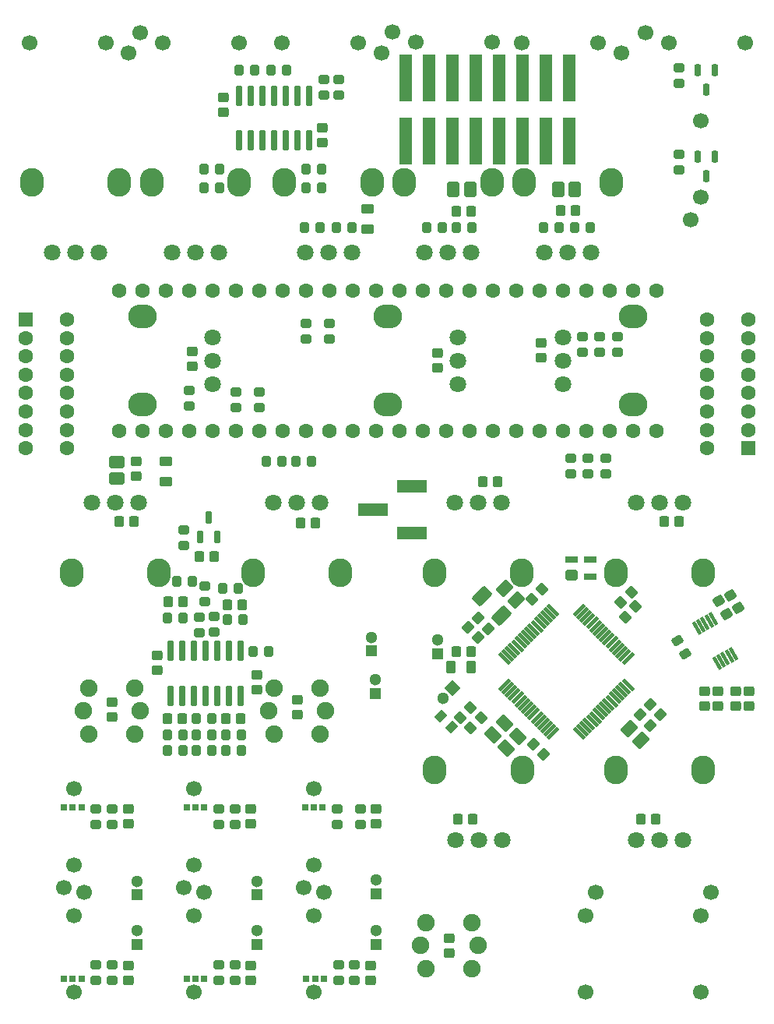
<source format=gbr>
G04 DipTrace 4.0.0.5*
G04 BottomMask.gbr*
%MOIN*%
G04 #@! TF.FileFunction,Soldermask,Bot*
G04 #@! TF.Part,Single*
%AMOUTLINE1*
4,1,28,
0.009775,-0.023031,
-0.009775,-0.023031,
-0.012605,-0.022659,
-0.015363,-0.021517,
-0.017731,-0.019699,
-0.019548,-0.017331,
-0.02069,-0.014574,
-0.021063,-0.011743,
-0.021063,0.011743,
-0.02069,0.014574,
-0.019548,0.017331,
-0.017731,0.019699,
-0.015363,0.021517,
-0.012605,0.022659,
-0.009775,0.023031,
0.009775,0.023031,
0.012605,0.022659,
0.015363,0.021517,
0.017731,0.019699,
0.019548,0.017331,
0.02069,0.014574,
0.021063,0.011743,
0.021063,-0.011743,
0.02069,-0.014574,
0.019548,-0.017331,
0.017731,-0.019699,
0.015363,-0.021517,
0.012605,-0.022659,
0.009775,-0.023031,
0*%
%AMOUTLINE4*
4,1,28,
-0.009775,0.023031,
0.009775,0.023031,
0.012605,0.022659,
0.015363,0.021517,
0.017731,0.019699,
0.019548,0.017331,
0.02069,0.014574,
0.021063,0.011743,
0.021063,-0.011743,
0.02069,-0.014574,
0.019548,-0.017331,
0.017731,-0.019699,
0.015363,-0.021517,
0.012605,-0.022659,
0.009775,-0.023031,
-0.009775,-0.023031,
-0.012605,-0.022659,
-0.015363,-0.021517,
-0.017731,-0.019699,
-0.019548,-0.017331,
-0.02069,-0.014574,
-0.021063,-0.011743,
-0.021063,0.011743,
-0.02069,0.014574,
-0.019548,0.017331,
-0.017731,0.019699,
-0.015363,0.021517,
-0.012605,0.022659,
-0.009775,0.023031,
0*%
%AMOUTLINE7*
4,1,28,
0.032874,0.014106,
0.032874,-0.014105,
0.032488,-0.017037,
0.031307,-0.01989,
0.029427,-0.022339,
0.026978,-0.024219,
0.024125,-0.025401,
0.021193,-0.025787,
-0.021191,-0.025788,
-0.024124,-0.025402,
-0.026976,-0.02422,
-0.029426,-0.022341,
-0.031306,-0.019891,
-0.032488,-0.017039,
-0.032874,-0.014106,
-0.032874,0.014105,
-0.032488,0.017037,
-0.031307,0.01989,
-0.029427,0.022339,
-0.026978,0.024219,
-0.024125,0.025401,
-0.021193,0.025787,
0.021191,0.025788,
0.024124,0.025402,
0.026976,0.02422,
0.029426,0.022341,
0.031306,0.019891,
0.032488,0.017039,
0.032874,0.014106,
0*%
%AMOUTLINE10*
4,1,28,
-0.032874,-0.014106,
-0.032874,0.014105,
-0.032488,0.017037,
-0.031307,0.01989,
-0.029427,0.022339,
-0.026978,0.024219,
-0.024125,0.025401,
-0.021193,0.025787,
0.021191,0.025788,
0.024124,0.025402,
0.026976,0.02422,
0.029426,0.022341,
0.031306,0.019891,
0.032488,0.017039,
0.032874,0.014106,
0.032874,-0.014105,
0.032488,-0.017037,
0.031307,-0.01989,
0.029427,-0.022339,
0.026978,-0.024219,
0.024125,-0.025401,
0.021193,-0.025787,
-0.021191,-0.025788,
-0.024124,-0.025402,
-0.026976,-0.02422,
-0.029426,-0.022341,
-0.031306,-0.019891,
-0.032488,-0.017039,
-0.032874,-0.014106,
0*%
%AMOUTLINE13*
4,1,28,
-0.023031,-0.009775,
-0.023032,0.009774,
-0.022659,0.012605,
-0.021517,0.015362,
-0.0197,0.017731,
-0.017332,0.019548,
-0.014574,0.02069,
-0.011744,0.021063,
0.011743,0.021063,
0.014573,0.020691,
0.017331,0.019548,
0.019699,0.017731,
0.021516,0.015363,
0.022659,0.012605,
0.023031,0.009775,
0.023032,-0.009774,
0.022659,-0.012605,
0.021517,-0.015362,
0.0197,-0.017731,
0.017332,-0.019548,
0.014574,-0.02069,
0.011744,-0.021063,
-0.011743,-0.021063,
-0.014573,-0.020691,
-0.017331,-0.019548,
-0.019699,-0.017731,
-0.021516,-0.015363,
-0.022659,-0.012605,
-0.023031,-0.009775,
0*%
%AMOUTLINE16*
4,1,28,
0.023031,0.009775,
0.023032,-0.009774,
0.022659,-0.012605,
0.021517,-0.015362,
0.0197,-0.017731,
0.017332,-0.019548,
0.014574,-0.02069,
0.011744,-0.021063,
-0.011743,-0.021063,
-0.014573,-0.020691,
-0.017331,-0.019548,
-0.019699,-0.017731,
-0.021516,-0.015363,
-0.022659,-0.012605,
-0.023031,-0.009775,
-0.023032,0.009774,
-0.022659,0.012605,
-0.021517,0.015362,
-0.0197,0.017731,
-0.017332,0.019548,
-0.014574,0.02069,
-0.011744,0.021063,
0.011743,0.021063,
0.014573,0.020691,
0.017331,0.019548,
0.019699,0.017731,
0.021516,0.015363,
0.022659,0.012605,
0.023031,0.009775,
0*%
%AMOUTLINE19*
4,1,4,
0.036191,0.0,
0.0,-0.036191,
-0.036191,0.0,
0.0,0.036191,
0.036191,0.0,
0*%
%AMOUTLINE22*
4,1,28,
-0.015059,-0.019981,
-0.024833,-0.003051,
-0.025926,-0.000413,
-0.026315,0.002546,
-0.025926,0.005506,
-0.024783,0.008263,
-0.022966,0.010632,
-0.020701,0.012369,
-0.000362,0.024113,
0.002276,0.025205,
0.005235,0.025595,
0.008195,0.025205,
0.010952,0.024063,
0.013321,0.022246,
0.015059,0.019981,
0.024833,0.003051,
0.025926,0.000413,
0.026315,-0.002546,
0.025926,-0.005506,
0.024783,-0.008263,
0.022966,-0.010632,
0.020701,-0.012369,
0.000362,-0.024113,
-0.002276,-0.025205,
-0.005235,-0.025595,
-0.008195,-0.025205,
-0.010952,-0.024063,
-0.013321,-0.022246,
-0.015059,-0.019981,
0*%
%AMOUTLINE25*
4,1,28,
0.015059,0.019981,
0.024833,0.003051,
0.025926,0.000413,
0.026315,-0.002546,
0.025926,-0.005506,
0.024783,-0.008263,
0.022966,-0.010632,
0.020701,-0.012369,
0.000362,-0.024113,
-0.002276,-0.025205,
-0.005235,-0.025595,
-0.008195,-0.025205,
-0.010952,-0.024063,
-0.013321,-0.022246,
-0.015059,-0.019981,
-0.024833,-0.003051,
-0.025926,-0.000413,
-0.026315,0.002546,
-0.025926,0.005506,
-0.024783,0.008263,
-0.022966,0.010632,
-0.020701,0.012369,
-0.000362,0.024113,
0.002276,0.025205,
0.005235,0.025595,
0.008195,0.025205,
0.010952,0.024063,
0.013321,0.022246,
0.015059,0.019981,
0*%
%AMOUTLINE28*
4,1,28,
-0.013271,-0.033219,
-0.033219,-0.013271,
-0.03502,-0.010925,
-0.036202,-0.008072,
-0.036605,-0.005011,
-0.036202,-0.00195,
-0.03502,0.000903,
-0.033219,0.003249,
-0.003249,0.033219,
-0.000903,0.03502,
0.00195,0.036202,
0.005011,0.036605,
0.008072,0.036202,
0.010925,0.03502,
0.013271,0.033219,
0.033219,0.013271,
0.03502,0.010925,
0.036202,0.008072,
0.036605,0.005011,
0.036202,0.00195,
0.03502,-0.000903,
0.033219,-0.003249,
0.003249,-0.033219,
0.000903,-0.03502,
-0.00195,-0.036202,
-0.005011,-0.036605,
-0.008072,-0.036202,
-0.010925,-0.03502,
-0.013271,-0.033219,
0*%
%AMOUTLINE31*
4,1,28,
0.013271,0.033219,
0.033219,0.013271,
0.03502,0.010925,
0.036202,0.008072,
0.036605,0.005011,
0.036202,0.00195,
0.03502,-0.000903,
0.033219,-0.003249,
0.003249,-0.033219,
0.000903,-0.03502,
-0.00195,-0.036202,
-0.005011,-0.036605,
-0.008072,-0.036202,
-0.010925,-0.03502,
-0.013271,-0.033219,
-0.033219,-0.013271,
-0.03502,-0.010925,
-0.036202,-0.008072,
-0.036605,-0.005011,
-0.036202,-0.00195,
-0.03502,0.000903,
-0.033219,0.003249,
-0.003249,0.033219,
-0.000903,0.03502,
0.00195,0.036202,
0.005011,0.036605,
0.008072,0.036202,
0.010925,0.03502,
0.013271,0.033219,
0*%
%AMOUTLINE34*
4,1,28,
0.023197,-0.009374,
0.009374,-0.023197,
0.007109,-0.024935,
0.004351,-0.026078,
0.001392,-0.026467,
-0.001567,-0.026078,
-0.004325,-0.024935,
-0.00659,-0.023197,
-0.023197,-0.00659,
-0.024935,-0.004325,
-0.026078,-0.001567,
-0.026467,0.001392,
-0.026078,0.004351,
-0.024935,0.007109,
-0.023197,0.009374,
-0.009374,0.023197,
-0.007109,0.024935,
-0.004351,0.026078,
-0.001392,0.026467,
0.001567,0.026078,
0.004325,0.024935,
0.00659,0.023197,
0.023197,0.00659,
0.024935,0.004325,
0.026078,0.001567,
0.026467,-0.001392,
0.026078,-0.004351,
0.024935,-0.007109,
0.023197,-0.009374,
0*%
%AMOUTLINE37*
4,1,28,
-0.023197,0.009374,
-0.009374,0.023197,
-0.007109,0.024935,
-0.004351,0.026078,
-0.001392,0.026467,
0.001567,0.026078,
0.004325,0.024935,
0.00659,0.023197,
0.023197,0.00659,
0.024935,0.004325,
0.026078,0.001567,
0.026467,-0.001392,
0.026078,-0.004351,
0.024935,-0.007109,
0.023197,-0.009374,
0.009374,-0.023197,
0.007109,-0.024935,
0.004351,-0.026078,
0.001392,-0.026467,
-0.001567,-0.026078,
-0.004325,-0.024935,
-0.00659,-0.023197,
-0.023197,-0.00659,
-0.024935,-0.004325,
-0.026078,-0.001567,
-0.026467,0.001392,
-0.026078,0.004351,
-0.024935,0.007109,
-0.023197,0.009374,
0*%
%AMOUTLINE40*
4,1,28,
-0.009374,-0.023198,
-0.023197,-0.009374,
-0.024935,-0.00711,
-0.026078,-0.004352,
-0.026467,-0.001392,
-0.026078,0.001567,
-0.024935,0.004325,
-0.023198,0.00659,
-0.006591,0.023197,
-0.004326,0.024935,
-0.001568,0.026078,
0.001391,0.026467,
0.004351,0.026078,
0.007109,0.024936,
0.009374,0.023198,
0.023197,0.009374,
0.024935,0.00711,
0.026078,0.004352,
0.026467,0.001392,
0.026078,-0.001567,
0.024935,-0.004325,
0.023198,-0.00659,
0.006591,-0.023197,
0.004326,-0.024935,
0.001568,-0.026078,
-0.001391,-0.026467,
-0.004351,-0.026078,
-0.007109,-0.024936,
-0.009374,-0.023198,
0*%
%AMOUTLINE43*
4,1,28,
0.009374,0.023198,
0.023197,0.009374,
0.024935,0.00711,
0.026078,0.004352,
0.026467,0.001392,
0.026078,-0.001567,
0.024935,-0.004325,
0.023198,-0.00659,
0.006591,-0.023197,
0.004326,-0.024935,
0.001568,-0.026078,
-0.001391,-0.026467,
-0.004351,-0.026078,
-0.007109,-0.024936,
-0.009374,-0.023198,
-0.023197,-0.009374,
-0.024935,-0.00711,
-0.026078,-0.004352,
-0.026467,-0.001392,
-0.026078,0.001567,
-0.024935,0.004325,
-0.023198,0.00659,
-0.006591,0.023197,
-0.004326,0.024935,
-0.001568,0.026078,
0.001391,0.026467,
0.004351,0.026078,
0.007109,0.024936,
0.009374,0.023198,
0*%
%AMOUTLINE46*
4,1,28,
-0.033219,0.013271,
-0.013271,0.033219,
-0.010925,0.03502,
-0.008072,0.036202,
-0.005011,0.036605,
-0.00195,0.036202,
0.000903,0.03502,
0.003249,0.033219,
0.033219,0.003249,
0.03502,0.000903,
0.036202,-0.00195,
0.036605,-0.005011,
0.036202,-0.008072,
0.03502,-0.010925,
0.033219,-0.013271,
0.013271,-0.033219,
0.010925,-0.03502,
0.008072,-0.036202,
0.005011,-0.036605,
0.00195,-0.036202,
-0.000903,-0.03502,
-0.003249,-0.033219,
-0.033219,-0.003249,
-0.03502,-0.000903,
-0.036202,0.00195,
-0.036605,0.005011,
-0.036202,0.008072,
-0.03502,0.010925,
-0.033219,0.013271,
0*%
%AMOUTLINE49*
4,1,28,
0.033219,-0.013271,
0.013271,-0.033219,
0.010925,-0.03502,
0.008072,-0.036202,
0.005011,-0.036605,
0.00195,-0.036202,
-0.000903,-0.03502,
-0.003249,-0.033219,
-0.033219,-0.003249,
-0.03502,-0.000903,
-0.036202,0.00195,
-0.036605,0.005011,
-0.036202,0.008072,
-0.03502,0.010925,
-0.033219,0.013271,
-0.013271,0.033219,
-0.010925,0.03502,
-0.008072,0.036202,
-0.005011,0.036605,
-0.00195,0.036202,
0.000903,0.03502,
0.003249,0.033219,
0.033219,0.003249,
0.03502,0.000903,
0.036202,-0.00195,
0.036605,-0.005011,
0.036202,-0.008072,
0.03502,-0.010925,
0.033219,-0.013271,
0*%
%AMOUTLINE52*
4,1,28,
0.017446,0.038788,
0.038786,0.017449,
0.040587,0.015103,
0.041769,0.01225,
0.042172,0.009189,
0.041769,0.006127,
0.040588,0.003275,
0.038787,0.000928,
-0.000925,-0.038787,
-0.003271,-0.040588,
-0.006124,-0.04177,
-0.009185,-0.042173,
-0.012246,-0.04177,
-0.015099,-0.040588,
-0.017446,-0.038788,
-0.038786,-0.017449,
-0.040587,-0.015103,
-0.041769,-0.01225,
-0.042172,-0.009189,
-0.041769,-0.006127,
-0.040588,-0.003275,
-0.038787,-0.000928,
0.000925,0.038787,
0.003271,0.040588,
0.006124,0.04177,
0.009185,0.042173,
0.012246,0.04177,
0.015099,0.040588,
0.017446,0.038788,
0*%
%AMOUTLINE55*
4,1,28,
-0.017446,-0.038788,
-0.038786,-0.017449,
-0.040587,-0.015103,
-0.041769,-0.01225,
-0.042172,-0.009189,
-0.041769,-0.006127,
-0.040588,-0.003275,
-0.038787,-0.000928,
0.000925,0.038787,
0.003271,0.040588,
0.006124,0.04177,
0.009185,0.042173,
0.012246,0.04177,
0.015099,0.040588,
0.017446,0.038788,
0.038786,0.017449,
0.040587,0.015103,
0.041769,0.01225,
0.042172,0.009189,
0.041769,0.006127,
0.040588,0.003275,
0.038787,0.000928,
-0.000925,-0.038787,
-0.003271,-0.040588,
-0.006124,-0.04177,
-0.009185,-0.042173,
-0.012246,-0.04177,
-0.015099,-0.040588,
-0.017446,-0.038788,
0*%
%AMOUTLINE58*
4,1,28,
0.014105,-0.032874,
-0.014105,-0.032874,
-0.017038,-0.032488,
-0.01989,-0.031306,
-0.02234,-0.029427,
-0.02422,-0.026977,
-0.025401,-0.024124,
-0.025787,-0.021192,
-0.025787,0.021192,
-0.025401,0.024124,
-0.02422,0.026977,
-0.02234,0.029427,
-0.01989,0.031306,
-0.017038,0.032488,
-0.014105,0.032874,
0.014105,0.032874,
0.017038,0.032488,
0.01989,0.031306,
0.02234,0.029427,
0.02422,0.026977,
0.025401,0.024124,
0.025787,0.021192,
0.025787,-0.021192,
0.025401,-0.024124,
0.02422,-0.026977,
0.02234,-0.029427,
0.01989,-0.031306,
0.017038,-0.032488,
0.014105,-0.032874,
0*%
%AMOUTLINE61*
4,1,28,
-0.014105,0.032874,
0.014105,0.032874,
0.017038,0.032488,
0.01989,0.031306,
0.02234,0.029427,
0.02422,0.026977,
0.025401,0.024124,
0.025787,0.021192,
0.025787,-0.021192,
0.025401,-0.024124,
0.02422,-0.026977,
0.02234,-0.029427,
0.01989,-0.031306,
0.017038,-0.032488,
0.014105,-0.032874,
-0.014105,-0.032874,
-0.017038,-0.032488,
-0.01989,-0.031306,
-0.02234,-0.029427,
-0.02422,-0.026977,
-0.025401,-0.024124,
-0.025787,-0.021192,
-0.025787,0.021192,
-0.025401,0.024124,
-0.02422,0.026977,
-0.02234,0.029427,
-0.01989,0.031306,
-0.017038,0.032488,
-0.014105,0.032874,
0*%
%AMOUTLINE64*
4,1,28,
-0.006231,0.025394,
0.006231,0.025394,
0.008145,0.025142,
0.010048,0.024353,
0.011682,0.023099,
0.012936,0.021465,
0.013724,0.019562,
0.013976,0.017649,
0.013976,-0.017649,
0.013724,-0.019562,
0.012936,-0.021465,
0.011682,-0.023099,
0.010048,-0.024353,
0.008145,-0.025142,
0.006231,-0.025394,
-0.006231,-0.025394,
-0.008145,-0.025142,
-0.010048,-0.024353,
-0.011682,-0.023099,
-0.012936,-0.021465,
-0.013724,-0.019562,
-0.013976,-0.017649,
-0.013976,0.017649,
-0.013724,0.019562,
-0.012936,0.021465,
-0.011682,0.023099,
-0.010048,0.024353,
-0.008145,0.025142,
-0.006231,0.025394,
0*%
%AMOUTLINE67*
4,1,28,
0.006231,-0.025394,
-0.006231,-0.025394,
-0.008145,-0.025142,
-0.010048,-0.024353,
-0.011682,-0.023099,
-0.012936,-0.021465,
-0.013724,-0.019562,
-0.013976,-0.017649,
-0.013976,0.017649,
-0.013724,0.019562,
-0.012936,0.021465,
-0.011682,0.023099,
-0.010048,0.024353,
-0.008145,0.025142,
-0.006231,0.025394,
0.006231,0.025394,
0.008145,0.025142,
0.010048,0.024353,
0.011682,0.023099,
0.012936,0.021465,
0.013724,0.019562,
0.013976,0.017649,
0.013976,-0.017649,
0.013724,-0.019562,
0.012936,-0.021465,
0.011682,-0.023099,
0.010048,-0.024353,
0.008145,-0.025142,
0.006231,-0.025394,
0*%
%AMOUTLINE70*
4,1,4,
-0.027838,-0.016704,
0.016702,0.027839,
0.027838,0.016704,
-0.016702,-0.027839,
-0.027838,-0.016704,
0*%
%AMOUTLINE73*
4,1,4,
-0.027839,0.016702,
-0.016704,0.027838,
0.027839,-0.016702,
0.016704,-0.027838,
-0.027839,0.016702,
0*%
%AMOUTLINE76*
4,1,4,
0.007945,-0.029509,
-0.021583,0.021635,
-0.007945,0.029509,
0.021583,-0.021635,
0.007945,-0.029509,
0*%
%AMOUTLINE79*
4,1,28,
-0.027756,-0.009381,
-0.027756,0.009381,
-0.027397,0.012109,
-0.026294,0.014772,
-0.024539,0.017059,
-0.022253,0.018813,
-0.01959,0.019916,
-0.016861,0.020276,
0.016861,0.020276,
0.01959,0.019916,
0.022253,0.018813,
0.024539,0.017059,
0.026294,0.014772,
0.027397,0.012109,
0.027756,0.009381,
0.027756,-0.009381,
0.027397,-0.012109,
0.026294,-0.014772,
0.024539,-0.017059,
0.022253,-0.018813,
0.01959,-0.019916,
0.016861,-0.020276,
-0.016861,-0.020276,
-0.01959,-0.019916,
-0.022253,-0.018813,
-0.024539,-0.017059,
-0.026294,-0.014772,
-0.027397,-0.012109,
-0.027756,-0.009381,
0*%
%AMOUTLINE82*
4,1,28,
0.027756,0.009381,
0.027756,-0.009381,
0.027397,-0.012109,
0.026294,-0.014772,
0.024539,-0.017059,
0.022253,-0.018813,
0.01959,-0.019916,
0.016861,-0.020276,
-0.016861,-0.020276,
-0.01959,-0.019916,
-0.022253,-0.018813,
-0.024539,-0.017059,
-0.026294,-0.014772,
-0.027397,-0.012109,
-0.027756,-0.009381,
-0.027756,0.009381,
-0.027397,0.012109,
-0.026294,0.014772,
-0.024539,0.017059,
-0.022253,0.018813,
-0.01959,0.019916,
-0.016861,0.020276,
0.016861,0.020276,
0.01959,0.019916,
0.022253,0.018813,
0.024539,0.017059,
0.026294,0.014772,
0.027397,0.012109,
0.027756,0.009381,
0*%
%AMOUTLINE85*
4,1,28,
0.009381,-0.027756,
-0.009381,-0.027756,
-0.012109,-0.027397,
-0.014772,-0.026294,
-0.017059,-0.024539,
-0.018813,-0.022253,
-0.019916,-0.01959,
-0.020276,-0.016861,
-0.020276,0.016861,
-0.019916,0.01959,
-0.018813,0.022253,
-0.017059,0.024539,
-0.014772,0.026294,
-0.012109,0.027397,
-0.009381,0.027756,
0.009381,0.027756,
0.012109,0.027397,
0.014772,0.026294,
0.017059,0.024539,
0.018813,0.022253,
0.019916,0.01959,
0.020276,0.016861,
0.020276,-0.016861,
0.019916,-0.01959,
0.018813,-0.022253,
0.017059,-0.024539,
0.014772,-0.026294,
0.012109,-0.027397,
0.009381,-0.027756,
0*%
%AMOUTLINE88*
4,1,28,
-0.009381,0.027756,
0.009381,0.027756,
0.012109,0.027397,
0.014772,0.026294,
0.017059,0.024539,
0.018813,0.022253,
0.019916,0.01959,
0.020276,0.016861,
0.020276,-0.016861,
0.019916,-0.01959,
0.018813,-0.022253,
0.017059,-0.024539,
0.014772,-0.026294,
0.012109,-0.027397,
0.009381,-0.027756,
-0.009381,-0.027756,
-0.012109,-0.027397,
-0.014772,-0.026294,
-0.017059,-0.024539,
-0.018813,-0.022253,
-0.019916,-0.01959,
-0.020276,-0.016861,
-0.020276,0.016861,
-0.019916,0.01959,
-0.018813,0.022253,
-0.017059,0.024539,
-0.014772,0.026294,
-0.012109,0.027397,
-0.009381,0.027756,
0*%
%AMOUTLINE91*
4,1,28,
0.023031,0.008594,
0.023031,-0.008594,
0.022699,-0.011118,
0.021675,-0.013591,
0.020045,-0.015715,
0.017922,-0.017344,
0.015449,-0.018368,
0.012924,-0.018701,
-0.012924,-0.018701,
-0.015449,-0.018368,
-0.017922,-0.017344,
-0.020045,-0.015715,
-0.021675,-0.013591,
-0.022699,-0.011118,
-0.023031,-0.008594,
-0.023031,0.008594,
-0.022699,0.011118,
-0.021675,0.013591,
-0.020045,0.015715,
-0.017922,0.017344,
-0.015449,0.018368,
-0.012924,0.018701,
0.012924,0.018701,
0.015449,0.018368,
0.017922,0.017344,
0.020045,0.015715,
0.021675,0.013591,
0.022699,0.011118,
0.023031,0.008594,
0*%
%AMOUTLINE94*
4,1,28,
-0.023031,-0.008594,
-0.023031,0.008594,
-0.022699,0.011118,
-0.021675,0.013591,
-0.020045,0.015715,
-0.017922,0.017344,
-0.015449,0.018368,
-0.012924,0.018701,
0.012924,0.018701,
0.015449,0.018368,
0.017922,0.017344,
0.020045,0.015715,
0.021675,0.013591,
0.022699,0.011118,
0.023031,0.008594,
0.023031,-0.008594,
0.022699,-0.011118,
0.021675,-0.013591,
0.020045,-0.015715,
0.017922,-0.017344,
0.015449,-0.018368,
0.012924,-0.018701,
-0.012924,-0.018701,
-0.015449,-0.018368,
-0.017922,-0.017344,
-0.020045,-0.015715,
-0.021675,-0.013591,
-0.022699,-0.011118,
-0.023031,-0.008594,
0*%
%AMOUTLINE97*
4,1,28,
0.006035,-0.025197,
-0.006035,-0.025197,
-0.00805,-0.024932,
-0.010048,-0.024104,
-0.011764,-0.022787,
-0.01308,-0.021071,
-0.013908,-0.019073,
-0.014173,-0.017058,
-0.014173,0.017058,
-0.013908,0.019073,
-0.01308,0.021071,
-0.011764,0.022787,
-0.010048,0.024104,
-0.00805,0.024932,
-0.006035,0.025197,
0.006035,0.025197,
0.00805,0.024932,
0.010048,0.024104,
0.011764,0.022787,
0.01308,0.021071,
0.013908,0.019073,
0.014173,0.017058,
0.014173,-0.017058,
0.013908,-0.019073,
0.01308,-0.021071,
0.011764,-0.022787,
0.010048,-0.024104,
0.00805,-0.024932,
0.006035,-0.025197,
0*%
%AMOUTLINE100*
4,1,28,
-0.006035,0.025197,
0.006035,0.025197,
0.00805,0.024932,
0.010048,0.024104,
0.011764,0.022787,
0.01308,0.021071,
0.013908,0.019073,
0.014173,0.017058,
0.014173,-0.017058,
0.013908,-0.019073,
0.01308,-0.021071,
0.011764,-0.022787,
0.010048,-0.024104,
0.00805,-0.024932,
0.006035,-0.025197,
-0.006035,-0.025197,
-0.00805,-0.024932,
-0.010048,-0.024104,
-0.011764,-0.022787,
-0.01308,-0.021071,
-0.013908,-0.019073,
-0.014173,-0.017058,
-0.014173,0.017058,
-0.013908,0.019073,
-0.01308,0.021071,
-0.011764,0.022787,
-0.010048,0.024104,
-0.00805,0.024932,
-0.006035,0.025197,
0*%
%AMOUTLINE103*
4,1,28,
-0.008594,0.023031,
0.008594,0.023031,
0.011118,0.022699,
0.013591,0.021675,
0.015715,0.020045,
0.017344,0.017922,
0.018368,0.015449,
0.018701,0.012924,
0.018701,-0.012924,
0.018368,-0.015449,
0.017344,-0.017922,
0.015715,-0.020045,
0.013591,-0.021675,
0.011118,-0.022699,
0.008594,-0.023031,
-0.008594,-0.023031,
-0.011118,-0.022699,
-0.013591,-0.021675,
-0.015715,-0.020045,
-0.017344,-0.017922,
-0.018368,-0.015449,
-0.018701,-0.012924,
-0.018701,0.012924,
-0.018368,0.015449,
-0.017344,0.017922,
-0.015715,0.020045,
-0.013591,0.021675,
-0.011118,0.022699,
-0.008594,0.023031,
0*%
%AMOUTLINE106*
4,1,28,
0.008594,-0.023031,
-0.008594,-0.023031,
-0.011118,-0.022699,
-0.013591,-0.021675,
-0.015715,-0.020045,
-0.017344,-0.017922,
-0.018368,-0.015449,
-0.018701,-0.012924,
-0.018701,0.012924,
-0.018368,0.015449,
-0.017344,0.017922,
-0.015715,0.020045,
-0.013591,0.021675,
-0.011118,0.022699,
-0.008594,0.023031,
0.008594,0.023031,
0.011118,0.022699,
0.013591,0.021675,
0.015715,0.020045,
0.017344,0.017922,
0.018368,0.015449,
0.018701,0.012924,
0.018701,-0.012924,
0.018368,-0.015449,
0.017344,-0.017922,
0.015715,-0.020045,
0.013591,-0.021675,
0.011118,-0.022699,
0.008594,-0.023031,
0*%
%AMOUTLINE109*
4,1,28,
0.010209,0.022362,
0.022362,0.010209,
0.023913,0.008189,
0.024937,0.005716,
0.025286,0.003062,
0.024937,0.000409,
0.023913,-0.002064,
0.022362,-0.004085,
0.004085,-0.022362,
0.002064,-0.023913,
-0.000409,-0.024937,
-0.003062,-0.025286,
-0.005716,-0.024937,
-0.008189,-0.023913,
-0.010209,-0.022362,
-0.022362,-0.010209,
-0.023913,-0.008189,
-0.024937,-0.005716,
-0.025286,-0.003062,
-0.024937,-0.000409,
-0.023913,0.002064,
-0.022362,0.004085,
-0.004085,0.022362,
-0.002064,0.023913,
0.000409,0.024937,
0.003062,0.025286,
0.005716,0.024937,
0.008189,0.023913,
0.010209,0.022362,
0*%
%AMOUTLINE112*
4,1,28,
-0.010209,-0.022362,
-0.022362,-0.010209,
-0.023913,-0.008189,
-0.024937,-0.005716,
-0.025286,-0.003062,
-0.024937,-0.000409,
-0.023913,0.002064,
-0.022362,0.004085,
-0.004085,0.022362,
-0.002064,0.023913,
0.000409,0.024937,
0.003062,0.025286,
0.005716,0.024937,
0.008189,0.023913,
0.010209,0.022362,
0.022362,0.010209,
0.023913,0.008189,
0.024937,0.005716,
0.025286,0.003062,
0.024937,0.000409,
0.023913,-0.002064,
0.022362,-0.004085,
0.004085,-0.022362,
0.002064,-0.023913,
-0.000409,-0.024937,
-0.003062,-0.025286,
-0.005716,-0.024937,
-0.008189,-0.023913,
-0.010209,-0.022362,
0*%
%AMOUTLINE115*
4,1,28,
0.015649,0.018958,
0.024243,0.004073,
0.025217,0.001721,
0.025567,-0.000933,
0.025217,-0.003587,
0.024193,-0.006059,
0.022563,-0.008183,
0.020543,-0.009733,
-0.001842,-0.022658,
-0.004195,-0.023632,
-0.006849,-0.023981,
-0.009502,-0.023632,
-0.011975,-0.022608,
-0.014099,-0.020978,
-0.015649,-0.018958,
-0.024243,-0.004073,
-0.025217,-0.001721,
-0.025567,0.000933,
-0.025217,0.003587,
-0.024193,0.006059,
-0.022563,0.008183,
-0.020543,0.009733,
0.001842,0.022658,
0.004195,0.023632,
0.006849,0.023981,
0.009502,0.023632,
0.011975,0.022608,
0.014099,0.020978,
0.015649,0.018958,
0*%
%AMOUTLINE118*
4,1,28,
-0.015649,-0.018958,
-0.024243,-0.004073,
-0.025217,-0.001721,
-0.025567,0.000933,
-0.025217,0.003587,
-0.024193,0.006059,
-0.022563,0.008183,
-0.020543,0.009733,
0.001842,0.022658,
0.004195,0.023632,
0.006849,0.023981,
0.009502,0.023632,
0.011975,0.022608,
0.014099,0.020978,
0.015649,0.018958,
0.024243,0.004073,
0.025217,0.001721,
0.025567,-0.000933,
0.025217,-0.003587,
0.024193,-0.006059,
0.022563,-0.008183,
0.020543,-0.009733,
-0.001842,-0.022658,
-0.004195,-0.023632,
-0.006849,-0.023981,
-0.009502,-0.023632,
-0.011975,-0.022608,
-0.014099,-0.020978,
-0.015649,-0.018958,
0*%
%AMOUTLINE121*
4,1,28,
0.006231,-0.04311,
-0.006231,-0.04311,
-0.008247,-0.042845,
-0.010245,-0.042017,
-0.011961,-0.040701,
-0.013277,-0.038985,
-0.014105,-0.036987,
-0.01437,-0.034972,
-0.01437,0.034972,
-0.014105,0.036987,
-0.013277,0.038985,
-0.011961,0.040701,
-0.010245,0.042017,
-0.008247,0.042845,
-0.006231,0.04311,
0.006231,0.04311,
0.008247,0.042845,
0.010245,0.042017,
0.011961,0.040701,
0.013277,0.038985,
0.014105,0.036987,
0.01437,0.034972,
0.01437,-0.034972,
0.014105,-0.036987,
0.013277,-0.038985,
0.011961,-0.040701,
0.010245,-0.042017,
0.008247,-0.042845,
0.006231,-0.04311,
0*%
%AMOUTLINE124*
4,1,28,
-0.006231,0.04311,
0.006231,0.04311,
0.008247,0.042845,
0.010245,0.042017,
0.011961,0.040701,
0.013277,0.038985,
0.014105,0.036987,
0.01437,0.034972,
0.01437,-0.034972,
0.014105,-0.036987,
0.013277,-0.038985,
0.011961,-0.040701,
0.010245,-0.042017,
0.008247,-0.042845,
0.006231,-0.04311,
-0.006231,-0.04311,
-0.008247,-0.042845,
-0.010245,-0.042017,
-0.011961,-0.040701,
-0.013277,-0.038985,
-0.014105,-0.036987,
-0.01437,-0.034972,
-0.01437,0.034972,
-0.014105,0.036987,
-0.013277,0.038985,
-0.011961,0.040701,
-0.010245,0.042017,
-0.008247,0.042845,
-0.006231,0.04311,
0*%
%AMOUTLINE127*
4,1,28,
0.005838,-0.014567,
-0.005837,-0.014567,
-0.007751,-0.014315,
-0.009654,-0.013527,
-0.011288,-0.012273,
-0.012542,-0.010639,
-0.013331,-0.008736,
-0.013583,-0.006822,
-0.013583,0.006822,
-0.013331,0.008735,
-0.012543,0.010638,
-0.011289,0.012272,
-0.009654,0.013527,
-0.007751,0.014315,
-0.005838,0.014567,
0.005837,0.014567,
0.007751,0.014315,
0.009654,0.013527,
0.011288,0.012273,
0.012542,0.010639,
0.013331,0.008736,
0.013583,0.006822,
0.013583,-0.006822,
0.013331,-0.008735,
0.012543,-0.010638,
0.011289,-0.012272,
0.009654,-0.013527,
0.007751,-0.014315,
0.005838,-0.014567,
0*%
%AMOUTLINE130*
4,1,28,
-0.005838,0.014567,
0.005837,0.014567,
0.007751,0.014315,
0.009654,0.013527,
0.011288,0.012273,
0.012542,0.010639,
0.013331,0.008736,
0.013583,0.006822,
0.013583,-0.006822,
0.013331,-0.008735,
0.012543,-0.010638,
0.011289,-0.012272,
0.009654,-0.013527,
0.007751,-0.014315,
0.005838,-0.014567,
-0.005837,-0.014567,
-0.007751,-0.014315,
-0.009654,-0.013527,
-0.011288,-0.012273,
-0.012542,-0.010639,
-0.013331,-0.008736,
-0.013583,-0.006822,
-0.013583,0.006822,
-0.013331,0.008735,
-0.012543,0.010638,
-0.011289,0.012272,
-0.009654,0.013527,
-0.007751,0.014315,
-0.005838,0.014567,
0*%
%AMOUTLINE133*
4,1,28,
0.027559,0.010563,
0.027559,-0.010561,
0.027174,-0.013493,
0.025992,-0.016346,
0.024112,-0.018796,
0.021663,-0.020676,
0.01881,-0.021857,
0.015878,-0.022243,
-0.015876,-0.022245,
-0.018808,-0.021859,
-0.021661,-0.020677,
-0.024111,-0.018798,
-0.025991,-0.016348,
-0.027172,-0.013495,
-0.027559,-0.010563,
-0.027559,0.010561,
-0.027174,0.013493,
-0.025992,0.016346,
-0.024112,0.018796,
-0.021663,0.020676,
-0.01881,0.021857,
-0.015878,0.022243,
0.015876,0.022245,
0.018808,0.021859,
0.021661,0.020677,
0.024111,0.018798,
0.025991,0.016348,
0.027172,0.013495,
0.027559,0.010563,
0*%
%AMOUTLINE136*
4,1,28,
0.027559,0.006429,
0.027559,-0.006427,
0.027294,-0.008442,
0.026467,-0.01044,
0.02515,-0.012156,
0.023434,-0.013473,
0.021436,-0.014301,
0.019421,-0.014566,
-0.01942,-0.014568,
-0.021435,-0.014302,
-0.023433,-0.013475,
-0.025149,-0.012158,
-0.026466,-0.010443,
-0.027293,-0.008445,
-0.027559,-0.006429,
-0.027559,0.006427,
-0.027294,0.008442,
-0.026467,0.01044,
-0.02515,0.012156,
-0.023434,0.013473,
-0.021436,0.014301,
-0.019421,0.014566,
0.01942,0.014568,
0.021435,0.014302,
0.023433,0.013475,
0.025149,0.012158,
0.026466,0.010443,
0.027293,0.008445,
0.027559,0.006429,
0*%
%AMOUTLINE139*
4,1,28,
-0.027559,-0.006429,
-0.027559,0.006427,
-0.027294,0.008442,
-0.026467,0.01044,
-0.02515,0.012156,
-0.023434,0.013473,
-0.021436,0.014301,
-0.019421,0.014566,
0.01942,0.014568,
0.021435,0.014302,
0.023433,0.013475,
0.025149,0.012158,
0.026466,0.010443,
0.027293,0.008445,
0.027559,0.006429,
0.027559,-0.006427,
0.027294,-0.008442,
0.026467,-0.01044,
0.02515,-0.012156,
0.023434,-0.013473,
0.021436,-0.014301,
0.019421,-0.014566,
-0.01942,-0.014568,
-0.021435,-0.014302,
-0.023433,-0.013475,
-0.025149,-0.012158,
-0.026466,-0.010443,
-0.027293,-0.008445,
-0.027559,-0.006429,
0*%
%ADD26C,0.062992*%
%ADD27C,0.066929*%
%ADD46C,0.074803*%
%ADD48O,0.122047X0.102362*%
%ADD50C,0.063307*%
%ADD52O,0.102362X0.122047*%
%ADD54C,0.070866*%
%ADD55R,0.053937X0.203937*%
%ADD58R,0.062992X0.062992*%
%ADD60R,0.129134X0.053937*%
%ADD62R,0.051181X0.051181*%
%ADD64C,0.051181*%
%ADD69OUTLINE1*%
%ADD72OUTLINE4*%
%ADD75OUTLINE7*%
%ADD78OUTLINE10*%
%ADD81OUTLINE13*%
%ADD84OUTLINE16*%
%ADD87OUTLINE19*%
%ADD90OUTLINE22*%
%ADD93OUTLINE25*%
%ADD96OUTLINE28*%
%ADD99OUTLINE31*%
%ADD102OUTLINE34*%
%ADD105OUTLINE37*%
%ADD108OUTLINE40*%
%ADD111OUTLINE43*%
%ADD114OUTLINE46*%
%ADD117OUTLINE49*%
%ADD120OUTLINE52*%
%ADD123OUTLINE55*%
%ADD126OUTLINE58*%
%ADD129OUTLINE61*%
%ADD132OUTLINE64*%
%ADD135OUTLINE67*%
%ADD138OUTLINE70*%
%ADD141OUTLINE73*%
%ADD144OUTLINE76*%
%ADD147OUTLINE79*%
%ADD150OUTLINE82*%
%ADD153OUTLINE85*%
%ADD156OUTLINE88*%
%ADD159OUTLINE91*%
%ADD162OUTLINE94*%
%ADD165OUTLINE97*%
%ADD168OUTLINE100*%
%ADD171OUTLINE103*%
%ADD174OUTLINE106*%
%ADD177OUTLINE109*%
%ADD180OUTLINE112*%
%ADD183OUTLINE115*%
%ADD186OUTLINE118*%
%ADD189OUTLINE121*%
%ADD192OUTLINE124*%
%ADD195OUTLINE127*%
%ADD198OUTLINE130*%
%ADD201OUTLINE133*%
%ADD204OUTLINE136*%
%ADD207OUTLINE139*%
%FSLAX26Y26*%
G04*
G70*
G90*
G75*
G01*
G04 BotMask*
%LPD*%
D81*
X1156248Y3187745D3*
D84*
X1156250Y3124753D3*
D81*
X2206248Y3181496D3*
D84*
X2206250Y3118504D3*
D69*
X843504Y2462498D3*
D72*
X906496Y2462499D3*
D69*
X1618504Y2456247D3*
D72*
X1681496Y2456248D3*
D84*
X2650001Y3162253D3*
D81*
X2649999Y3225245D3*
D69*
X2399753Y2631248D3*
D72*
X2462745Y2631250D3*
D69*
X3174753Y2462499D3*
D72*
X3237745Y2462500D3*
X2356496Y1187501D3*
D69*
X2293504Y1187499D3*
D72*
X3137745D3*
D69*
X3074753Y1187497D3*
D72*
X1114446Y2118748D3*
D69*
X1051454D3*
X1299754Y1618749D3*
D72*
X1362746D3*
D64*
X1921688Y1967028D3*
D62*
X1921689Y1907973D3*
D64*
X2227453Y1707132D3*
D87*
X2269211Y1748890D3*
D69*
X1306004Y2106095D3*
D72*
X1368996Y2106096D3*
X1112746Y1618749D3*
D69*
X1049754D3*
D64*
X1937500Y1785777D3*
D62*
Y1726721D3*
D64*
X2206248Y1954526D3*
D62*
X2206249Y1895471D3*
D81*
X812499Y1687745D3*
D84*
X812500Y1624753D3*
D81*
X1606248Y1700245D3*
D84*
X1606250Y1637253D3*
D64*
X918747Y923277D3*
D62*
X918750Y864222D3*
D64*
X918748Y710775D3*
D62*
X918750Y651720D3*
D84*
X881249Y1168504D3*
D81*
Y1231496D3*
Y562745D3*
D84*
Y499753D3*
D81*
X3348672Y1734021D3*
D84*
X3348674Y1671029D3*
D81*
X3404922Y1734021D3*
D84*
X3404923Y1671029D3*
D90*
X3409252Y2121027D3*
D93*
X3440748Y2066474D3*
D90*
X3459250Y2146027D3*
D93*
X3490746Y2091474D3*
D81*
X2256897Y678029D3*
D84*
Y615036D3*
D81*
X3483775Y1734021D3*
D84*
Y1671029D3*
D81*
X3540025Y1734021D3*
D84*
Y1671029D3*
D64*
X1431247Y923277D3*
D62*
X1431250Y864222D3*
D64*
X1431247Y710776D3*
D62*
X1431250Y651721D3*
D84*
X1406249Y1168504D3*
D81*
Y1231496D3*
Y562745D3*
D84*
Y499753D3*
D69*
X1187253Y2312500D3*
D72*
X1250245D3*
D64*
X1943748Y929527D3*
D62*
X1943753Y870472D3*
D64*
X1943747Y710775D3*
D62*
X1943750Y651720D3*
D96*
X3024945Y1575053D3*
D99*
X3075055Y1524943D3*
D102*
X3008978Y2052727D3*
D105*
X3053520Y2097269D3*
D108*
X3071478Y1634770D3*
D111*
X3116021Y1590229D3*
D102*
X2990229Y2115229D3*
D105*
X3034771Y2159771D3*
D108*
X3115229Y1678520D3*
D111*
X3159771Y1633978D3*
D114*
X2493804Y1600055D3*
D117*
X2443694Y1549945D3*
D111*
X2378521Y1965229D3*
D108*
X2333979Y2009771D3*
D105*
X2391020Y1622271D3*
D102*
X2346478Y1577729D3*
D72*
X2350245Y1906249D3*
D69*
X2287253D3*
D105*
X2347269Y1666019D3*
D102*
X2302727Y1621477D3*
D84*
X1943749Y1168504D3*
D81*
Y1231496D3*
X1918749Y562745D3*
D84*
Y499753D3*
D102*
X2608978Y2127728D3*
D105*
X2653520Y2172271D3*
D99*
X2543804Y2124945D3*
D96*
X2493694Y2175055D3*
D111*
X2422271Y2002729D3*
D108*
X2377729Y2047271D3*
D120*
X2479956Y2057547D3*
D123*
X2395044Y2142452D3*
D108*
X2614607Y1509148D3*
D111*
X2659150Y1464607D3*
D114*
X2550055Y1543804D3*
D117*
X2499945Y1493694D3*
D126*
X2720817Y3881249D3*
D129*
X2791683D3*
D69*
X2731004Y3793749D3*
D72*
X2793996D3*
X2350245Y3788152D3*
D69*
X2287253D3*
D129*
X2344733Y3881249D3*
D126*
X2273867D3*
D81*
X1431248Y1806496D3*
D84*
X1431250Y1743504D3*
X1287501Y4212253D3*
D81*
X1287499Y4275245D3*
X916946Y2718994D3*
D84*
Y2656002D3*
D78*
X831248Y2716681D3*
D75*
X831250Y2645815D3*
D84*
X1006251Y1824753D3*
D81*
X1006250Y1887745D3*
D84*
X1712500Y4081004D3*
D81*
Y4143996D3*
D132*
X1262400Y2396750D3*
X1187597D3*
D135*
X1224998Y2478246D3*
D60*
X2095175Y2612499D3*
X1929823Y2512496D3*
X2095179Y2412499D3*
D138*
X2811918Y2083220D3*
X2825838Y2069301D3*
X2839758Y2055382D3*
X2853678Y2041463D3*
X2867598Y2027544D3*
X2881518Y2013625D3*
X2895438Y1999706D3*
X2909358Y1985787D3*
X2923277Y1971868D3*
X2937197Y1957949D3*
X2951117Y1944030D3*
X2965037Y1930111D3*
X2978957Y1916192D3*
X2992877Y1902273D3*
X3006797Y1888354D3*
X3020716Y1874435D3*
D141*
X3020720Y1763080D3*
X3006801Y1749160D3*
X2992882Y1735240D3*
X2978963Y1721320D3*
X2965044Y1707400D3*
X2951125Y1693480D3*
X2937206Y1679560D3*
X2923287Y1665641D3*
X2909368Y1651721D3*
X2895449Y1637801D3*
X2881530Y1623881D3*
X2867611Y1609961D3*
X2853692Y1596041D3*
X2839773Y1582121D3*
X2825854Y1568202D3*
X2811935Y1554282D3*
D138*
X2700580Y1554278D3*
X2686660Y1568197D3*
X2672740Y1582116D3*
X2658820Y1596035D3*
X2644900Y1609954D3*
X2630980Y1623873D3*
X2617060Y1637792D3*
X2603141Y1651711D3*
X2589221Y1665630D3*
X2575301Y1679549D3*
X2561381Y1693468D3*
X2547461Y1707387D3*
X2533541Y1721306D3*
X2519621Y1735225D3*
X2505702Y1749144D3*
X2491782Y1763063D3*
D141*
X2491778Y1874418D3*
X2505697Y1888338D3*
X2519616Y1902258D3*
X2533535Y1916178D3*
X2547454Y1930098D3*
X2561373Y1944018D3*
X2575292Y1957938D3*
X2589211Y1971858D3*
X2603130Y1985777D3*
X2617049Y1999697D3*
X2630968Y2013617D3*
X2644887Y2027537D3*
X2658806Y2041457D3*
X2672725Y2055377D3*
X2686644Y2069297D3*
X2700563Y2083216D3*
D144*
X3316346Y2005323D3*
X3333394Y2015166D3*
X3350441Y2025008D3*
X3367489Y2034851D3*
X3384537Y2044694D3*
X3471151Y1894673D3*
X3454103Y1884831D3*
X3437055Y1874988D3*
X3420008Y1865146D3*
X3402960Y1855303D3*
D58*
X3534485Y2774409D3*
D26*
Y2853149D3*
Y2931889D3*
Y3010630D3*
Y3089370D3*
Y3168110D3*
Y3246850D3*
Y3325590D3*
X3357320Y2774409D3*
Y2853149D3*
Y2931889D3*
Y3010630D3*
Y3089370D3*
Y3168110D3*
Y3246850D3*
Y3325590D3*
D58*
X442665D3*
D26*
Y3246850D3*
Y3168110D3*
Y3089370D3*
Y3010630D3*
Y2931889D3*
Y2853149D3*
Y2774409D3*
X619830Y3325590D3*
Y3246850D3*
Y3168110D3*
Y3089370D3*
Y3010630D3*
Y2931889D3*
Y2853149D3*
Y2774409D3*
D55*
X2768749Y4089960D3*
Y4360038D3*
X2668749Y4089960D3*
Y4360038D3*
X2568749Y4089960D3*
Y4360038D3*
X2468749Y4089960D3*
Y4360038D3*
X2368749Y4089960D3*
Y4360038D3*
X2268749Y4089960D3*
Y4360038D3*
X2168749Y4089960D3*
Y4360038D3*
X2068749Y4089960D3*
Y4360038D3*
D27*
X1676522Y450048D3*
Y776820D3*
X1720271Y875001D3*
X647906Y1319588D3*
X647902Y992816D3*
X604152Y894635D3*
X1161479Y1319588D3*
X1161475Y992816D3*
X1117724Y894635D3*
X1676527Y1319586D3*
X1676519Y992815D3*
X1632767Y894635D3*
X647905Y450048D3*
Y776820D3*
X691655Y875001D3*
X1161477Y450048D3*
Y776820D3*
X1205227Y875001D3*
X457387Y4508643D3*
X784158Y4508659D3*
X882342Y4464914D3*
X2837500Y450048D3*
Y776820D3*
X2881249Y875001D3*
X1356577Y4508668D3*
X1029805Y4508645D3*
X931621Y4552387D3*
X3331249Y450048D3*
Y776820D3*
X3374998Y875001D3*
X3331164Y4176941D3*
X3331174Y3850169D3*
X3287427Y3751987D3*
X3521861Y4508659D3*
X3195089Y4508650D3*
X3096907Y4552397D3*
X1539585Y4508653D3*
X1866357D3*
X1964538Y4464904D3*
X2438198Y4511530D3*
X2111426D3*
X2013245Y4555279D3*
X2566144Y4508676D3*
X2892916D3*
X2991097Y4464926D3*
D147*
X1043749Y2718109D3*
D150*
Y2631888D3*
D153*
X2263139Y1837500D3*
D156*
X2349359D3*
D147*
X1906248Y3799359D3*
D150*
X1906250Y3713139D3*
D54*
X556249Y3612498D3*
X656249D3*
X756249D3*
D52*
X468729Y3912498D3*
X843729D3*
D50*
X1043749Y3449998D3*
X1143749D3*
X1243749D3*
X1343749D3*
X1443749D3*
X1543749D3*
X1643749D3*
X1743749D3*
X1843749D3*
X1943749D3*
X2043749D3*
X2143749D3*
Y2849998D3*
X2043749D3*
X1943749D3*
X1843749D3*
X1743749D3*
X1643749D3*
X1543749D3*
X1443749D3*
X1343749D3*
X1243749D3*
X1143749D3*
X943749Y3449998D3*
X1043749Y2849998D3*
X943749D3*
X843749Y3449998D3*
Y2849998D3*
X2243749Y3449998D3*
Y2849998D3*
X2343749Y3449998D3*
X2443749D3*
X2543749D3*
X2643749D3*
X2743749D3*
X2843749D3*
X2943749D3*
X3043749D3*
X3143749D3*
Y2849998D3*
X3043749D3*
X2943749D3*
X2843749D3*
X2743749D3*
X2643749D3*
X2543749D3*
X2443749D3*
X2343749D3*
D159*
X1185585Y1985404D3*
D162*
Y2051939D3*
D54*
X924992Y2543754D3*
X824992Y2543752D3*
X724992Y2543749D3*
D52*
X1012518Y2243756D3*
X637518Y2243748D3*
D54*
X1702076Y2543754D3*
X1602076Y2543752D3*
X1502076Y2543749D3*
D52*
X1789602Y2243756D3*
X1414602Y2243748D3*
D54*
X2479155Y2543755D3*
X2379155Y2543752D3*
X2279155Y2543748D3*
D52*
X2566686Y2243759D3*
X2191686Y2243745D3*
D54*
X3256243Y2543754D3*
X3156243Y2543752D3*
X3056243Y2543749D3*
D52*
X3343769Y2243756D3*
X2968769Y2243748D3*
D54*
X2281249Y1100000D3*
X2381249D3*
X2481249D3*
D52*
X2193729Y1400000D3*
X2568729D3*
D54*
X3056249Y1100000D3*
X3156249D3*
X3256249D3*
D52*
X2968729Y1400000D3*
X3343729D3*
D54*
X1243751Y3050009D3*
X1243749Y3150009D3*
X1243747Y3250009D3*
D48*
X943752Y2962484D3*
X943746Y3337484D3*
D54*
X2293751Y3050009D3*
X2293749Y3150009D3*
X2293747Y3250009D3*
D48*
X1993752Y2962484D3*
X1993746Y3337484D3*
D54*
X2743749Y3249966D3*
Y3149966D3*
Y3049966D3*
D48*
X3043749Y3337485D3*
Y2962485D3*
D165*
X3318847Y4390746D3*
X3393651D3*
D168*
X3356249Y4309250D3*
D165*
X3318847Y4021997D3*
X3393651D3*
D168*
X3356249Y3940501D3*
D171*
X1420766Y4393749D3*
D174*
X1354231D3*
D171*
X1558266D3*
D174*
X1491731D3*
X1772981Y3718749D3*
D171*
X1839517D3*
D174*
X1635481D3*
D171*
X1702017D3*
D162*
X1718748Y4352017D3*
D159*
X1718750Y4285481D3*
X1781249D3*
D162*
Y4352017D3*
D171*
X1116218Y2049998D3*
D174*
X1049682D3*
X1297983Y1549998D3*
D171*
X1364518D3*
D174*
X2285481Y3718749D3*
D171*
X2352017D3*
X1352015Y2174846D3*
D174*
X1285480D3*
X1172983Y1549998D3*
D171*
X1239518D3*
X1155418Y2204548D3*
D174*
X1088883D3*
D177*
X2267273Y1582725D3*
D180*
X2220225Y1629773D3*
D174*
X2160481Y3718749D3*
D171*
X2227017D3*
D174*
X1641731Y3968749D3*
D171*
X1708266D3*
D174*
X1304232Y2043596D3*
D171*
X1370767D3*
X1114518Y1549998D3*
D174*
X1047983D3*
D171*
X1708266Y3887500D3*
D174*
X1641731D3*
D171*
X1483267Y1906249D3*
D174*
X1416732D3*
D171*
X1239518Y1618749D3*
D174*
X1172983D3*
D162*
X1208801Y2184414D3*
D159*
X1208802Y2117879D3*
D174*
X2791732Y3718749D3*
D171*
X2858267D3*
D174*
X1047983Y1481247D3*
D171*
X1114518Y1481248D3*
D174*
X2660481Y3718749D3*
D171*
X2727017D3*
D174*
X1204232Y3968749D3*
D171*
X1270767D3*
Y3887500D3*
D174*
X1204232D3*
D162*
X1143748Y3020766D3*
D159*
X1143750Y2954231D3*
D162*
X2824998Y3252018D3*
D159*
X2824999Y3185483D3*
D162*
X1343748Y3014518D3*
D159*
X1343750Y2947983D3*
D162*
X2899999Y3252018D3*
D159*
X2900000Y3185483D3*
X1643749Y3241732D3*
D162*
Y3308267D3*
X1443748Y3014517D3*
D159*
X1443750Y2947981D3*
X1743749Y3241732D3*
D162*
Y3308267D3*
D159*
X3237501Y4335481D3*
D162*
Y4402017D3*
D159*
Y3966732D3*
D162*
Y4033267D3*
X743748Y1233267D3*
D159*
X743750Y1166732D3*
Y497981D3*
D162*
X743748Y564517D3*
X812499Y1233267D3*
D159*
X812500Y1166732D3*
X812501Y497981D3*
D162*
X812499Y564517D3*
X2974999Y3252017D3*
D159*
X2975001Y3185481D3*
X2775000Y2666731D3*
D162*
Y2733266D3*
D183*
X3264905Y1895480D3*
D186*
X3231637Y1953102D3*
D159*
X2850000Y2666731D3*
D162*
Y2733266D3*
D159*
X2925001Y2666731D3*
D162*
X2924999Y2733266D3*
D159*
X1118749Y2360481D3*
D162*
Y2427017D3*
D171*
X1664517Y2718749D3*
D174*
X1597981D3*
D162*
X1268748Y1233267D3*
D159*
X1268750Y1166732D3*
Y497981D3*
D162*
X1268748Y564517D3*
D174*
X1472981Y2718748D3*
D171*
X1539517Y2718750D3*
D162*
X1337499Y1233267D3*
D159*
X1337500Y1166732D3*
X1337501Y497981D3*
D162*
X1337499Y564517D3*
X1774998Y1233267D3*
D159*
X1774999Y1166732D3*
X1781250Y497981D3*
D162*
X1781248Y564517D3*
X1874999Y1233267D3*
D159*
X1875000Y1166732D3*
X1850001Y497981D3*
D162*
X1849999Y564517D3*
D54*
X1068749Y3612498D3*
X1168749D3*
X1268749D3*
D52*
X981229Y3912498D3*
X1356229D3*
D46*
X1506249Y1749998D3*
X1703099D3*
X1506249Y1553148D3*
X1703099D3*
X1482627Y1651573D3*
X1726721D3*
X712498Y1749998D3*
X909349D3*
X712498Y1553148D3*
X909349D3*
X688876Y1651573D3*
X932971D3*
X2156899Y746534D3*
X2353749D3*
X2156899Y549683D3*
X2353749D3*
X2133277Y648109D3*
X2377371D3*
D189*
X1356249Y4282774D3*
X1406249D3*
X1456249D3*
X1506249D3*
X1556249D3*
X1606249D3*
X1656249D3*
D192*
Y4092223D3*
X1606249D3*
X1556249D3*
X1506249D3*
X1456249D3*
X1406249D3*
X1356249D3*
X1362500Y1717223D3*
X1312500D3*
X1262500D3*
X1212500D3*
X1162500D3*
X1112500D3*
X1062500D3*
D189*
Y1907774D3*
X1112500D3*
X1162500D3*
X1212500D3*
X1262500D3*
X1312500D3*
X1362500D3*
D195*
X606229Y1237498D3*
D198*
X643749Y1237499D3*
D195*
X681269D3*
X606229Y506249D3*
D198*
X643749D3*
D195*
X681269D3*
X1131229Y1237498D3*
D198*
X1168749Y1237499D3*
D195*
X1206269D3*
X1131229Y506249D3*
D198*
X1168749D3*
D195*
X1206269D3*
X1638756Y1237498D3*
D198*
X1676275Y1237499D3*
D195*
X1713795D3*
X1643729Y506249D3*
D198*
X1681249D3*
D195*
X1718769D3*
D54*
X1637500Y3612498D3*
X1737500D3*
X1837500D3*
D52*
X1549980Y3912498D3*
X1924980D3*
D54*
X2150000Y3612498D3*
X2250000D3*
X2350000D3*
D52*
X2062480Y3912498D3*
X2437480D3*
D54*
X2662500Y3612498D3*
X2762500D3*
X2862500D3*
D52*
X2574980Y3912498D3*
X2949980D3*
D201*
X2778199Y2232379D3*
D204*
X2778196Y2300292D3*
D207*
X2859299Y2300295D3*
X2859302Y2224705D3*
D174*
X1297983Y1481248D3*
D171*
X1364518D3*
X1239518D3*
D174*
X1172983D3*
D159*
X1248277Y1987991D3*
D162*
Y2054526D3*
M02*

</source>
